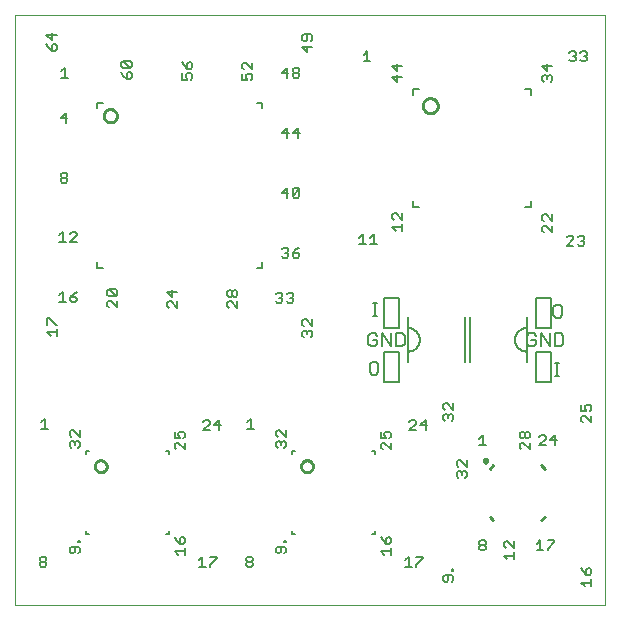
<source format=gto>
G75*
%MOIN*%
%OFA0B0*%
%FSLAX25Y25*%
%IPPOS*%
%LPD*%
%AMOC8*
5,1,8,0,0,1.08239X$1,22.5*
%
%ADD10C,0.00000*%
%ADD11C,0.00600*%
%ADD12C,0.00800*%
%ADD13C,0.01000*%
D10*
X0001000Y0001000D02*
X0001000Y0197850D01*
X0197850Y0197850D01*
X0197850Y0001000D01*
X0001000Y0001000D01*
D11*
X0009867Y0013800D02*
X0009300Y0014367D01*
X0009300Y0014934D01*
X0009867Y0015501D01*
X0011001Y0015501D01*
X0011569Y0014934D01*
X0011569Y0014367D01*
X0011001Y0013800D01*
X0009867Y0013800D01*
X0009867Y0015501D02*
X0009300Y0016069D01*
X0009300Y0016636D01*
X0009867Y0017203D01*
X0011001Y0017203D01*
X0011569Y0016636D01*
X0011569Y0016069D01*
X0011001Y0015501D01*
X0019297Y0018867D02*
X0019864Y0018300D01*
X0020431Y0018300D01*
X0020999Y0018867D01*
X0020999Y0020569D01*
X0022133Y0020569D02*
X0019864Y0020569D01*
X0019297Y0020001D01*
X0019297Y0018867D01*
X0022133Y0018300D02*
X0022700Y0018867D01*
X0022700Y0020001D01*
X0022133Y0020569D01*
X0022133Y0021983D02*
X0022133Y0022550D01*
X0022700Y0022550D01*
X0022700Y0021983D01*
X0022133Y0021983D01*
X0024720Y0024720D02*
X0025705Y0024720D01*
X0024720Y0024720D02*
X0024720Y0025705D01*
X0024720Y0051295D02*
X0024720Y0052280D01*
X0025705Y0052280D01*
X0022700Y0054001D02*
X0022133Y0053434D01*
X0022700Y0054001D02*
X0022700Y0055135D01*
X0022133Y0055702D01*
X0021566Y0055702D01*
X0020999Y0055135D01*
X0020999Y0054568D01*
X0020999Y0055135D02*
X0020431Y0055702D01*
X0019864Y0055702D01*
X0019297Y0055135D01*
X0019297Y0054001D01*
X0019864Y0053434D01*
X0019864Y0057117D02*
X0019297Y0057684D01*
X0019297Y0058818D01*
X0019864Y0059385D01*
X0020431Y0059385D01*
X0022700Y0057117D01*
X0022700Y0059385D01*
X0012069Y0059800D02*
X0009800Y0059800D01*
X0010934Y0059800D02*
X0010934Y0063203D01*
X0009800Y0062069D01*
X0012931Y0090800D02*
X0011797Y0091934D01*
X0015200Y0091934D01*
X0015200Y0090800D02*
X0015200Y0093069D01*
X0015200Y0094483D02*
X0014633Y0094483D01*
X0012364Y0096752D01*
X0011797Y0096752D01*
X0011797Y0094483D01*
X0015800Y0102050D02*
X0018069Y0102050D01*
X0016934Y0102050D02*
X0016934Y0105453D01*
X0015800Y0104319D01*
X0019483Y0103751D02*
X0019483Y0102617D01*
X0020050Y0102050D01*
X0021185Y0102050D01*
X0021752Y0102617D01*
X0021752Y0103184D01*
X0021185Y0103751D01*
X0019483Y0103751D01*
X0020617Y0104886D01*
X0021752Y0105453D01*
X0028441Y0113441D02*
X0030409Y0113441D01*
X0028441Y0113441D02*
X0028441Y0115409D01*
X0021752Y0122050D02*
X0019483Y0122050D01*
X0021752Y0124319D01*
X0021752Y0124886D01*
X0021185Y0125453D01*
X0020050Y0125453D01*
X0019483Y0124886D01*
X0016934Y0125453D02*
X0016934Y0122050D01*
X0015800Y0122050D02*
X0018069Y0122050D01*
X0015800Y0124319D02*
X0016934Y0125453D01*
X0016867Y0141800D02*
X0016300Y0142367D01*
X0016300Y0142934D01*
X0016867Y0143501D01*
X0018001Y0143501D01*
X0018569Y0142934D01*
X0018569Y0142367D01*
X0018001Y0141800D01*
X0016867Y0141800D01*
X0016867Y0143501D02*
X0016300Y0144069D01*
X0016300Y0144636D01*
X0016867Y0145203D01*
X0018001Y0145203D01*
X0018569Y0144636D01*
X0018569Y0144069D01*
X0018001Y0143501D01*
X0018001Y0161800D02*
X0018001Y0165203D01*
X0016300Y0163501D01*
X0018569Y0163501D01*
X0028441Y0166591D02*
X0028441Y0168559D01*
X0030409Y0168559D01*
X0038249Y0176434D02*
X0038249Y0178135D01*
X0038816Y0178702D01*
X0039383Y0178702D01*
X0039950Y0178135D01*
X0039950Y0177001D01*
X0039383Y0176434D01*
X0038249Y0176434D01*
X0037114Y0177568D01*
X0036547Y0178702D01*
X0037114Y0180117D02*
X0036547Y0180684D01*
X0036547Y0181818D01*
X0037114Y0182385D01*
X0039383Y0180117D01*
X0039950Y0180684D01*
X0039950Y0181818D01*
X0039383Y0182385D01*
X0037114Y0182385D01*
X0037114Y0180117D02*
X0039383Y0180117D01*
X0056797Y0178452D02*
X0056797Y0176184D01*
X0058499Y0176184D01*
X0057931Y0177318D01*
X0057931Y0177885D01*
X0058499Y0178452D01*
X0059633Y0178452D01*
X0060200Y0177885D01*
X0060200Y0176751D01*
X0059633Y0176184D01*
X0059633Y0179867D02*
X0060200Y0180434D01*
X0060200Y0181568D01*
X0059633Y0182135D01*
X0059066Y0182135D01*
X0058499Y0181568D01*
X0058499Y0179867D01*
X0059633Y0179867D01*
X0058499Y0179867D02*
X0057364Y0181001D01*
X0056797Y0182135D01*
X0076797Y0181318D02*
X0076797Y0180184D01*
X0077364Y0179617D01*
X0076797Y0178202D02*
X0076797Y0175934D01*
X0078499Y0175934D01*
X0077931Y0177068D01*
X0077931Y0177635D01*
X0078499Y0178202D01*
X0079633Y0178202D01*
X0080200Y0177635D01*
X0080200Y0176501D01*
X0079633Y0175934D01*
X0080200Y0179617D02*
X0077931Y0181885D01*
X0077364Y0181885D01*
X0076797Y0181318D01*
X0080200Y0181885D02*
X0080200Y0179617D01*
X0089934Y0178501D02*
X0092202Y0178501D01*
X0093617Y0177934D02*
X0094184Y0178501D01*
X0095318Y0178501D01*
X0095885Y0177934D01*
X0095885Y0177367D01*
X0095318Y0176800D01*
X0094184Y0176800D01*
X0093617Y0177367D01*
X0093617Y0177934D01*
X0094184Y0178501D02*
X0093617Y0179069D01*
X0093617Y0179636D01*
X0094184Y0180203D01*
X0095318Y0180203D01*
X0095885Y0179636D01*
X0095885Y0179069D01*
X0095318Y0178501D01*
X0091635Y0176800D02*
X0091635Y0180203D01*
X0089934Y0178501D01*
X0096797Y0187001D02*
X0098499Y0185300D01*
X0098499Y0187569D01*
X0097931Y0188983D02*
X0097364Y0188983D01*
X0096797Y0189550D01*
X0096797Y0190685D01*
X0097364Y0191252D01*
X0099633Y0191252D01*
X0100200Y0190685D01*
X0100200Y0189550D01*
X0099633Y0188983D01*
X0098499Y0189550D02*
X0098499Y0191252D01*
X0098499Y0189550D02*
X0097931Y0188983D01*
X0096797Y0187001D02*
X0100200Y0187001D01*
X0117300Y0184569D02*
X0118434Y0185703D01*
X0118434Y0182300D01*
X0117300Y0182300D02*
X0119569Y0182300D01*
X0126797Y0180818D02*
X0128499Y0179117D01*
X0128499Y0181385D01*
X0130200Y0180818D02*
X0126797Y0180818D01*
X0128499Y0177702D02*
X0128499Y0175434D01*
X0126797Y0177135D01*
X0130200Y0177135D01*
X0133815Y0173185D02*
X0135783Y0173185D01*
X0133815Y0173185D02*
X0133815Y0171217D01*
X0133815Y0135783D02*
X0133815Y0133815D01*
X0135783Y0133815D01*
X0130200Y0131752D02*
X0130200Y0129483D01*
X0127931Y0131752D01*
X0127364Y0131752D01*
X0126797Y0131185D01*
X0126797Y0130050D01*
X0127364Y0129483D01*
X0126797Y0126934D02*
X0130200Y0126934D01*
X0130200Y0125800D02*
X0130200Y0128069D01*
X0127931Y0125800D02*
X0126797Y0126934D01*
X0121752Y0121300D02*
X0119483Y0121300D01*
X0120617Y0121300D02*
X0120617Y0124703D01*
X0119483Y0123569D01*
X0118069Y0121300D02*
X0115800Y0121300D01*
X0116934Y0121300D02*
X0116934Y0124703D01*
X0115800Y0123569D01*
X0095885Y0120203D02*
X0094751Y0119636D01*
X0093617Y0118501D01*
X0095318Y0118501D01*
X0095885Y0117934D01*
X0095885Y0117367D01*
X0095318Y0116800D01*
X0094184Y0116800D01*
X0093617Y0117367D01*
X0093617Y0118501D01*
X0092202Y0117934D02*
X0092202Y0117367D01*
X0091635Y0116800D01*
X0090501Y0116800D01*
X0089934Y0117367D01*
X0091068Y0118501D02*
X0091635Y0118501D01*
X0092202Y0117934D01*
X0091635Y0118501D02*
X0092202Y0119069D01*
X0092202Y0119636D01*
X0091635Y0120203D01*
X0090501Y0120203D01*
X0089934Y0119636D01*
X0083559Y0115409D02*
X0083559Y0113441D01*
X0081591Y0113441D01*
X0074633Y0106002D02*
X0075200Y0105435D01*
X0075200Y0104300D01*
X0074633Y0103733D01*
X0074066Y0103733D01*
X0073499Y0104300D01*
X0073499Y0105435D01*
X0074066Y0106002D01*
X0074633Y0106002D01*
X0073499Y0105435D02*
X0072931Y0106002D01*
X0072364Y0106002D01*
X0071797Y0105435D01*
X0071797Y0104300D01*
X0072364Y0103733D01*
X0072931Y0103733D01*
X0073499Y0104300D01*
X0072931Y0102319D02*
X0072364Y0102319D01*
X0071797Y0101751D01*
X0071797Y0100617D01*
X0072364Y0100050D01*
X0072931Y0102319D02*
X0075200Y0100050D01*
X0075200Y0102319D01*
X0087934Y0102367D02*
X0088501Y0101800D01*
X0089635Y0101800D01*
X0090202Y0102367D01*
X0090202Y0102934D01*
X0089635Y0103501D01*
X0089068Y0103501D01*
X0089635Y0103501D02*
X0090202Y0104069D01*
X0090202Y0104636D01*
X0089635Y0105203D01*
X0088501Y0105203D01*
X0087934Y0104636D01*
X0091617Y0104636D02*
X0092184Y0105203D01*
X0093318Y0105203D01*
X0093885Y0104636D01*
X0093885Y0104069D01*
X0093318Y0103501D01*
X0093885Y0102934D01*
X0093885Y0102367D01*
X0093318Y0101800D01*
X0092184Y0101800D01*
X0091617Y0102367D01*
X0092751Y0103501D02*
X0093318Y0103501D01*
X0097364Y0096252D02*
X0096797Y0095685D01*
X0096797Y0094550D01*
X0097364Y0093983D01*
X0097364Y0092569D02*
X0097931Y0092569D01*
X0098499Y0092001D01*
X0099066Y0092569D01*
X0099633Y0092569D01*
X0100200Y0092001D01*
X0100200Y0090867D01*
X0099633Y0090300D01*
X0098499Y0091434D02*
X0098499Y0092001D01*
X0097364Y0092569D02*
X0096797Y0092001D01*
X0096797Y0090867D01*
X0097364Y0090300D01*
X0100200Y0093983D02*
X0097931Y0096252D01*
X0097364Y0096252D01*
X0100200Y0096252D02*
X0100200Y0093983D01*
X0123984Y0093575D02*
X0123984Y0103425D01*
X0129016Y0103425D01*
X0129016Y0093575D01*
X0123984Y0093575D01*
X0132051Y0093437D02*
X0132051Y0085563D01*
X0132051Y0082020D01*
X0129016Y0085425D02*
X0129016Y0075575D01*
X0123984Y0075575D01*
X0123984Y0085425D01*
X0129016Y0085425D01*
X0132051Y0085563D02*
X0132175Y0085565D01*
X0132298Y0085571D01*
X0132422Y0085580D01*
X0132544Y0085594D01*
X0132667Y0085611D01*
X0132789Y0085633D01*
X0132910Y0085658D01*
X0133030Y0085687D01*
X0133149Y0085719D01*
X0133268Y0085756D01*
X0133385Y0085796D01*
X0133500Y0085839D01*
X0133615Y0085887D01*
X0133727Y0085938D01*
X0133838Y0085992D01*
X0133948Y0086050D01*
X0134055Y0086111D01*
X0134161Y0086176D01*
X0134264Y0086244D01*
X0134365Y0086315D01*
X0134464Y0086389D01*
X0134561Y0086466D01*
X0134655Y0086547D01*
X0134746Y0086630D01*
X0134835Y0086716D01*
X0134921Y0086805D01*
X0135004Y0086896D01*
X0135085Y0086990D01*
X0135162Y0087087D01*
X0135236Y0087186D01*
X0135307Y0087287D01*
X0135375Y0087390D01*
X0135440Y0087496D01*
X0135501Y0087603D01*
X0135559Y0087713D01*
X0135613Y0087824D01*
X0135664Y0087936D01*
X0135712Y0088051D01*
X0135755Y0088166D01*
X0135795Y0088283D01*
X0135832Y0088402D01*
X0135864Y0088521D01*
X0135893Y0088641D01*
X0135918Y0088762D01*
X0135940Y0088884D01*
X0135957Y0089007D01*
X0135971Y0089129D01*
X0135980Y0089253D01*
X0135986Y0089376D01*
X0135988Y0089500D01*
X0135986Y0089624D01*
X0135980Y0089747D01*
X0135971Y0089871D01*
X0135957Y0089993D01*
X0135940Y0090116D01*
X0135918Y0090238D01*
X0135893Y0090359D01*
X0135864Y0090479D01*
X0135832Y0090598D01*
X0135795Y0090717D01*
X0135755Y0090834D01*
X0135712Y0090949D01*
X0135664Y0091064D01*
X0135613Y0091176D01*
X0135559Y0091287D01*
X0135501Y0091397D01*
X0135440Y0091504D01*
X0135375Y0091610D01*
X0135307Y0091713D01*
X0135236Y0091814D01*
X0135162Y0091913D01*
X0135085Y0092010D01*
X0135004Y0092104D01*
X0134921Y0092195D01*
X0134835Y0092284D01*
X0134746Y0092370D01*
X0134655Y0092453D01*
X0134561Y0092534D01*
X0134464Y0092611D01*
X0134365Y0092685D01*
X0134264Y0092756D01*
X0134161Y0092824D01*
X0134055Y0092889D01*
X0133948Y0092950D01*
X0133838Y0093008D01*
X0133727Y0093062D01*
X0133615Y0093113D01*
X0133500Y0093161D01*
X0133385Y0093204D01*
X0133268Y0093244D01*
X0133149Y0093281D01*
X0133030Y0093313D01*
X0132910Y0093342D01*
X0132789Y0093367D01*
X0132667Y0093389D01*
X0132544Y0093406D01*
X0132422Y0093420D01*
X0132298Y0093429D01*
X0132175Y0093435D01*
X0132051Y0093437D01*
X0132051Y0096980D01*
X0150949Y0096980D02*
X0150949Y0082020D01*
X0152801Y0082020D02*
X0152801Y0096980D01*
X0171699Y0096980D02*
X0171699Y0093437D01*
X0171699Y0085563D01*
X0171699Y0082020D01*
X0174734Y0085425D02*
X0179766Y0085425D01*
X0179766Y0075575D01*
X0174734Y0075575D01*
X0174734Y0085425D01*
X0171699Y0085563D02*
X0171575Y0085565D01*
X0171452Y0085571D01*
X0171328Y0085580D01*
X0171206Y0085594D01*
X0171083Y0085611D01*
X0170961Y0085633D01*
X0170840Y0085658D01*
X0170720Y0085687D01*
X0170601Y0085719D01*
X0170482Y0085756D01*
X0170365Y0085796D01*
X0170250Y0085839D01*
X0170135Y0085887D01*
X0170023Y0085938D01*
X0169912Y0085992D01*
X0169802Y0086050D01*
X0169695Y0086111D01*
X0169589Y0086176D01*
X0169486Y0086244D01*
X0169385Y0086315D01*
X0169286Y0086389D01*
X0169189Y0086466D01*
X0169095Y0086547D01*
X0169004Y0086630D01*
X0168915Y0086716D01*
X0168829Y0086805D01*
X0168746Y0086896D01*
X0168665Y0086990D01*
X0168588Y0087087D01*
X0168514Y0087186D01*
X0168443Y0087287D01*
X0168375Y0087390D01*
X0168310Y0087496D01*
X0168249Y0087603D01*
X0168191Y0087713D01*
X0168137Y0087824D01*
X0168086Y0087936D01*
X0168038Y0088051D01*
X0167995Y0088166D01*
X0167955Y0088283D01*
X0167918Y0088402D01*
X0167886Y0088521D01*
X0167857Y0088641D01*
X0167832Y0088762D01*
X0167810Y0088884D01*
X0167793Y0089007D01*
X0167779Y0089129D01*
X0167770Y0089253D01*
X0167764Y0089376D01*
X0167762Y0089500D01*
X0167764Y0089624D01*
X0167770Y0089747D01*
X0167779Y0089871D01*
X0167793Y0089993D01*
X0167810Y0090116D01*
X0167832Y0090238D01*
X0167857Y0090359D01*
X0167886Y0090479D01*
X0167918Y0090598D01*
X0167955Y0090717D01*
X0167995Y0090834D01*
X0168038Y0090949D01*
X0168086Y0091064D01*
X0168137Y0091176D01*
X0168191Y0091287D01*
X0168249Y0091397D01*
X0168310Y0091504D01*
X0168375Y0091610D01*
X0168443Y0091713D01*
X0168514Y0091814D01*
X0168588Y0091913D01*
X0168665Y0092010D01*
X0168746Y0092104D01*
X0168829Y0092195D01*
X0168915Y0092284D01*
X0169004Y0092370D01*
X0169095Y0092453D01*
X0169189Y0092534D01*
X0169286Y0092611D01*
X0169385Y0092685D01*
X0169486Y0092756D01*
X0169589Y0092824D01*
X0169695Y0092889D01*
X0169802Y0092950D01*
X0169912Y0093008D01*
X0170023Y0093062D01*
X0170135Y0093113D01*
X0170250Y0093161D01*
X0170365Y0093204D01*
X0170482Y0093244D01*
X0170601Y0093281D01*
X0170720Y0093313D01*
X0170840Y0093342D01*
X0170961Y0093367D01*
X0171083Y0093389D01*
X0171206Y0093406D01*
X0171328Y0093420D01*
X0171452Y0093429D01*
X0171575Y0093435D01*
X0171699Y0093437D01*
X0174734Y0093575D02*
X0174734Y0103425D01*
X0179766Y0103425D01*
X0179766Y0093575D01*
X0174734Y0093575D01*
X0184934Y0120800D02*
X0187202Y0123069D01*
X0187202Y0123636D01*
X0186635Y0124203D01*
X0185501Y0124203D01*
X0184934Y0123636D01*
X0184934Y0120800D02*
X0187202Y0120800D01*
X0188617Y0121367D02*
X0189184Y0120800D01*
X0190318Y0120800D01*
X0190885Y0121367D01*
X0190885Y0121934D01*
X0190318Y0122501D01*
X0189751Y0122501D01*
X0190318Y0122501D02*
X0190885Y0123069D01*
X0190885Y0123636D01*
X0190318Y0124203D01*
X0189184Y0124203D01*
X0188617Y0123636D01*
X0180200Y0125300D02*
X0177931Y0127569D01*
X0177364Y0127569D01*
X0176797Y0127001D01*
X0176797Y0125867D01*
X0177364Y0125300D01*
X0180200Y0125300D02*
X0180200Y0127569D01*
X0180200Y0128983D02*
X0177931Y0131252D01*
X0177364Y0131252D01*
X0176797Y0130685D01*
X0176797Y0129550D01*
X0177364Y0128983D01*
X0180200Y0128983D02*
X0180200Y0131252D01*
X0173185Y0133815D02*
X0173185Y0135783D01*
X0173185Y0133815D02*
X0171217Y0133815D01*
X0173185Y0171217D02*
X0173185Y0173185D01*
X0171217Y0173185D01*
X0176797Y0176001D02*
X0176797Y0177135D01*
X0177364Y0177702D01*
X0177931Y0177702D01*
X0178499Y0177135D01*
X0179066Y0177702D01*
X0179633Y0177702D01*
X0180200Y0177135D01*
X0180200Y0176001D01*
X0179633Y0175434D01*
X0178499Y0176568D02*
X0178499Y0177135D01*
X0178499Y0179117D02*
X0176797Y0180818D01*
X0180200Y0180818D01*
X0178499Y0181385D02*
X0178499Y0179117D01*
X0176797Y0176001D02*
X0177364Y0175434D01*
X0185800Y0182867D02*
X0186367Y0182300D01*
X0187501Y0182300D01*
X0188069Y0182867D01*
X0188069Y0183434D01*
X0187501Y0184001D01*
X0186934Y0184001D01*
X0187501Y0184001D02*
X0188069Y0184569D01*
X0188069Y0185136D01*
X0187501Y0185703D01*
X0186367Y0185703D01*
X0185800Y0185136D01*
X0189483Y0185136D02*
X0190050Y0185703D01*
X0191185Y0185703D01*
X0191752Y0185136D01*
X0191752Y0184569D01*
X0191185Y0184001D01*
X0191752Y0183434D01*
X0191752Y0182867D01*
X0191185Y0182300D01*
X0190050Y0182300D01*
X0189483Y0182867D01*
X0190617Y0184001D02*
X0191185Y0184001D01*
X0096135Y0158501D02*
X0093867Y0158501D01*
X0095568Y0160203D01*
X0095568Y0156800D01*
X0092452Y0158501D02*
X0090184Y0158501D01*
X0091885Y0160203D01*
X0091885Y0156800D01*
X0083559Y0166591D02*
X0083559Y0168559D01*
X0081591Y0168559D01*
X0091635Y0140203D02*
X0089934Y0138501D01*
X0092202Y0138501D01*
X0091635Y0136800D02*
X0091635Y0140203D01*
X0093617Y0139636D02*
X0093617Y0137367D01*
X0095885Y0139636D01*
X0095885Y0137367D01*
X0095318Y0136800D01*
X0094184Y0136800D01*
X0093617Y0137367D01*
X0093617Y0139636D02*
X0094184Y0140203D01*
X0095318Y0140203D01*
X0095885Y0139636D01*
X0055200Y0105435D02*
X0051797Y0105435D01*
X0053499Y0103733D01*
X0053499Y0106002D01*
X0052931Y0102319D02*
X0052364Y0102319D01*
X0051797Y0101751D01*
X0051797Y0100617D01*
X0052364Y0100050D01*
X0052931Y0102319D02*
X0055200Y0100050D01*
X0055200Y0102319D01*
X0035200Y0102569D02*
X0035200Y0100300D01*
X0032931Y0102569D01*
X0032364Y0102569D01*
X0031797Y0102001D01*
X0031797Y0100867D01*
X0032364Y0100300D01*
X0032364Y0103983D02*
X0031797Y0104550D01*
X0031797Y0105685D01*
X0032364Y0106252D01*
X0034633Y0103983D01*
X0035200Y0104550D01*
X0035200Y0105685D01*
X0034633Y0106252D01*
X0032364Y0106252D01*
X0032364Y0103983D02*
X0034633Y0103983D01*
X0064367Y0062703D02*
X0063800Y0062136D01*
X0064367Y0062703D02*
X0065501Y0062703D01*
X0066069Y0062136D01*
X0066069Y0061569D01*
X0063800Y0059300D01*
X0066069Y0059300D01*
X0067483Y0061001D02*
X0069752Y0061001D01*
X0069185Y0059300D02*
X0069185Y0062703D01*
X0067483Y0061001D01*
X0057700Y0058318D02*
X0057700Y0057184D01*
X0057133Y0056617D01*
X0055999Y0056617D02*
X0055431Y0057751D01*
X0055431Y0058318D01*
X0055999Y0058885D01*
X0057133Y0058885D01*
X0057700Y0058318D01*
X0055999Y0056617D02*
X0054297Y0056617D01*
X0054297Y0058885D01*
X0054864Y0055202D02*
X0054297Y0054635D01*
X0054297Y0053501D01*
X0054864Y0052934D01*
X0054864Y0055202D02*
X0055431Y0055202D01*
X0057700Y0052934D01*
X0057700Y0055202D01*
X0052280Y0052280D02*
X0052280Y0051295D01*
X0052280Y0052280D02*
X0051295Y0052280D01*
X0052280Y0025705D02*
X0052280Y0024720D01*
X0051295Y0024720D01*
X0054297Y0023752D02*
X0054864Y0022617D01*
X0055999Y0021483D01*
X0055999Y0023185D01*
X0056566Y0023752D01*
X0057133Y0023752D01*
X0057700Y0023185D01*
X0057700Y0022050D01*
X0057133Y0021483D01*
X0055999Y0021483D01*
X0057700Y0020069D02*
X0057700Y0017800D01*
X0057700Y0018934D02*
X0054297Y0018934D01*
X0055431Y0017800D01*
X0062434Y0016069D02*
X0063568Y0017203D01*
X0063568Y0013800D01*
X0062434Y0013800D02*
X0064702Y0013800D01*
X0066117Y0013800D02*
X0066117Y0014367D01*
X0068385Y0016636D01*
X0068385Y0017203D01*
X0066117Y0017203D01*
X0078050Y0016636D02*
X0078050Y0016069D01*
X0078617Y0015501D01*
X0079751Y0015501D01*
X0080319Y0014934D01*
X0080319Y0014367D01*
X0079751Y0013800D01*
X0078617Y0013800D01*
X0078050Y0014367D01*
X0078050Y0014934D01*
X0078617Y0015501D01*
X0079751Y0015501D02*
X0080319Y0016069D01*
X0080319Y0016636D01*
X0079751Y0017203D01*
X0078617Y0017203D01*
X0078050Y0016636D01*
X0088047Y0018867D02*
X0088614Y0018300D01*
X0089181Y0018300D01*
X0089749Y0018867D01*
X0089749Y0020569D01*
X0090883Y0020569D02*
X0088614Y0020569D01*
X0088047Y0020001D01*
X0088047Y0018867D01*
X0090883Y0018300D02*
X0091450Y0018867D01*
X0091450Y0020001D01*
X0090883Y0020569D01*
X0090883Y0021983D02*
X0090883Y0022550D01*
X0091450Y0022550D01*
X0091450Y0021983D01*
X0090883Y0021983D01*
X0093470Y0024720D02*
X0094455Y0024720D01*
X0093470Y0024720D02*
X0093470Y0025705D01*
X0093470Y0051295D02*
X0093470Y0052280D01*
X0094455Y0052280D01*
X0091450Y0054001D02*
X0090883Y0053434D01*
X0091450Y0054001D02*
X0091450Y0055135D01*
X0090883Y0055702D01*
X0090316Y0055702D01*
X0089749Y0055135D01*
X0089749Y0054568D01*
X0089749Y0055135D02*
X0089181Y0055702D01*
X0088614Y0055702D01*
X0088047Y0055135D01*
X0088047Y0054001D01*
X0088614Y0053434D01*
X0088614Y0057117D02*
X0088047Y0057684D01*
X0088047Y0058818D01*
X0088614Y0059385D01*
X0089181Y0059385D01*
X0091450Y0057117D01*
X0091450Y0059385D01*
X0080819Y0059800D02*
X0078550Y0059800D01*
X0079684Y0059800D02*
X0079684Y0063203D01*
X0078550Y0062069D01*
X0120045Y0052280D02*
X0121030Y0052280D01*
X0121030Y0051295D01*
X0123047Y0053501D02*
X0123614Y0052934D01*
X0123047Y0053501D02*
X0123047Y0054635D01*
X0123614Y0055202D01*
X0124181Y0055202D01*
X0126450Y0052934D01*
X0126450Y0055202D01*
X0125883Y0056617D02*
X0126450Y0057184D01*
X0126450Y0058318D01*
X0125883Y0058885D01*
X0124749Y0058885D01*
X0124181Y0058318D01*
X0124181Y0057751D01*
X0124749Y0056617D01*
X0123047Y0056617D01*
X0123047Y0058885D01*
X0132550Y0059300D02*
X0134819Y0061569D01*
X0134819Y0062136D01*
X0134251Y0062703D01*
X0133117Y0062703D01*
X0132550Y0062136D01*
X0132550Y0059300D02*
X0134819Y0059300D01*
X0136233Y0061001D02*
X0138502Y0061001D01*
X0137935Y0059300D02*
X0137935Y0062703D01*
X0136233Y0061001D01*
X0143797Y0063001D02*
X0143797Y0064135D01*
X0144364Y0064702D01*
X0144931Y0064702D01*
X0145499Y0064135D01*
X0146066Y0064702D01*
X0146633Y0064702D01*
X0147200Y0064135D01*
X0147200Y0063001D01*
X0146633Y0062434D01*
X0145499Y0063568D02*
X0145499Y0064135D01*
X0144364Y0062434D02*
X0143797Y0063001D01*
X0144364Y0066117D02*
X0143797Y0066684D01*
X0143797Y0067818D01*
X0144364Y0068385D01*
X0144931Y0068385D01*
X0147200Y0066117D01*
X0147200Y0068385D01*
X0156934Y0057703D02*
X0156934Y0054300D01*
X0155800Y0054300D02*
X0158069Y0054300D01*
X0155800Y0056569D02*
X0156934Y0057703D01*
X0151700Y0049385D02*
X0151700Y0047117D01*
X0149431Y0049385D01*
X0148864Y0049385D01*
X0148297Y0048818D01*
X0148297Y0047684D01*
X0148864Y0047117D01*
X0148864Y0045702D02*
X0149431Y0045702D01*
X0149999Y0045135D01*
X0150566Y0045702D01*
X0151133Y0045702D01*
X0151700Y0045135D01*
X0151700Y0044001D01*
X0151133Y0043434D01*
X0149999Y0044568D02*
X0149999Y0045135D01*
X0148864Y0045702D02*
X0148297Y0045135D01*
X0148297Y0044001D01*
X0148864Y0043434D01*
X0156367Y0022703D02*
X0157501Y0022703D01*
X0158069Y0022136D01*
X0158069Y0021569D01*
X0157501Y0021001D01*
X0156367Y0021001D01*
X0155800Y0021569D01*
X0155800Y0022136D01*
X0156367Y0022703D01*
X0156367Y0021001D02*
X0155800Y0020434D01*
X0155800Y0019867D01*
X0156367Y0019300D01*
X0157501Y0019300D01*
X0158069Y0019867D01*
X0158069Y0020434D01*
X0157501Y0021001D01*
X0164047Y0020684D02*
X0164614Y0020117D01*
X0164047Y0020684D02*
X0164047Y0021818D01*
X0164614Y0022385D01*
X0165181Y0022385D01*
X0167450Y0020117D01*
X0167450Y0022385D01*
X0167450Y0018702D02*
X0167450Y0016434D01*
X0167450Y0017568D02*
X0164047Y0017568D01*
X0165181Y0016434D01*
X0174934Y0019300D02*
X0177202Y0019300D01*
X0176068Y0019300D02*
X0176068Y0022703D01*
X0174934Y0021569D01*
X0178617Y0022703D02*
X0180885Y0022703D01*
X0180885Y0022136D01*
X0178617Y0019867D01*
X0178617Y0019300D01*
X0189797Y0013385D02*
X0190364Y0012251D01*
X0191499Y0011117D01*
X0191499Y0012818D01*
X0192066Y0013385D01*
X0192633Y0013385D01*
X0193200Y0012818D01*
X0193200Y0011684D01*
X0192633Y0011117D01*
X0191499Y0011117D01*
X0193200Y0009702D02*
X0193200Y0007434D01*
X0193200Y0008568D02*
X0189797Y0008568D01*
X0190931Y0007434D01*
X0147200Y0009367D02*
X0147200Y0010501D01*
X0146633Y0011069D01*
X0144364Y0011069D01*
X0143797Y0010501D01*
X0143797Y0009367D01*
X0144364Y0008800D01*
X0144931Y0008800D01*
X0145499Y0009367D01*
X0145499Y0011069D01*
X0146633Y0012483D02*
X0146633Y0013050D01*
X0147200Y0013050D01*
X0147200Y0012483D01*
X0146633Y0012483D01*
X0147200Y0009367D02*
X0146633Y0008800D01*
X0137135Y0016636D02*
X0134867Y0014367D01*
X0134867Y0013800D01*
X0133452Y0013800D02*
X0131184Y0013800D01*
X0132318Y0013800D02*
X0132318Y0017203D01*
X0131184Y0016069D01*
X0134867Y0017203D02*
X0137135Y0017203D01*
X0137135Y0016636D01*
X0126450Y0017800D02*
X0126450Y0020069D01*
X0126450Y0018934D02*
X0123047Y0018934D01*
X0124181Y0017800D01*
X0124749Y0021483D02*
X0124749Y0023185D01*
X0125316Y0023752D01*
X0125883Y0023752D01*
X0126450Y0023185D01*
X0126450Y0022050D01*
X0125883Y0021483D01*
X0124749Y0021483D01*
X0123614Y0022617D01*
X0123047Y0023752D01*
X0121030Y0024720D02*
X0121030Y0025705D01*
X0121030Y0024720D02*
X0120045Y0024720D01*
X0169297Y0053501D02*
X0169864Y0052934D01*
X0169297Y0053501D02*
X0169297Y0054635D01*
X0169864Y0055202D01*
X0170431Y0055202D01*
X0172700Y0052934D01*
X0172700Y0055202D01*
X0172133Y0056617D02*
X0171566Y0056617D01*
X0170999Y0057184D01*
X0170999Y0058318D01*
X0171566Y0058885D01*
X0172133Y0058885D01*
X0172700Y0058318D01*
X0172700Y0057184D01*
X0172133Y0056617D01*
X0170999Y0057184D02*
X0170431Y0056617D01*
X0169864Y0056617D01*
X0169297Y0057184D01*
X0169297Y0058318D01*
X0169864Y0058885D01*
X0170431Y0058885D01*
X0170999Y0058318D01*
X0175800Y0057136D02*
X0176367Y0057703D01*
X0177501Y0057703D01*
X0178069Y0057136D01*
X0178069Y0056569D01*
X0175800Y0054300D01*
X0178069Y0054300D01*
X0179483Y0056001D02*
X0181752Y0056001D01*
X0181185Y0054300D02*
X0181185Y0057703D01*
X0179483Y0056001D01*
X0189797Y0062501D02*
X0190364Y0061934D01*
X0189797Y0062501D02*
X0189797Y0063635D01*
X0190364Y0064202D01*
X0190931Y0064202D01*
X0193200Y0061934D01*
X0193200Y0064202D01*
X0192633Y0065617D02*
X0193200Y0066184D01*
X0193200Y0067318D01*
X0192633Y0067885D01*
X0191499Y0067885D01*
X0190931Y0067318D01*
X0190931Y0066751D01*
X0191499Y0065617D01*
X0189797Y0065617D01*
X0189797Y0067885D01*
X0018819Y0176800D02*
X0016550Y0176800D01*
X0017684Y0176800D02*
X0017684Y0180203D01*
X0016550Y0179069D01*
X0014383Y0185800D02*
X0013249Y0185800D01*
X0013249Y0187501D01*
X0013816Y0188069D01*
X0014383Y0188069D01*
X0014950Y0187501D01*
X0014950Y0186367D01*
X0014383Y0185800D01*
X0013249Y0185800D02*
X0012114Y0186934D01*
X0011547Y0188069D01*
X0013249Y0189483D02*
X0013249Y0191752D01*
X0014950Y0191185D02*
X0011547Y0191185D01*
X0013249Y0189483D01*
D12*
X0118900Y0090903D02*
X0118900Y0088101D01*
X0119601Y0087400D01*
X0121002Y0087400D01*
X0121702Y0088101D01*
X0121702Y0089502D01*
X0120301Y0089502D01*
X0118900Y0090903D02*
X0119601Y0091604D01*
X0121002Y0091604D01*
X0121702Y0090903D01*
X0123504Y0091604D02*
X0126306Y0087400D01*
X0126306Y0091604D01*
X0128108Y0091604D02*
X0130210Y0091604D01*
X0130910Y0090903D01*
X0130910Y0088101D01*
X0130210Y0087400D01*
X0128108Y0087400D01*
X0128108Y0091604D01*
X0123504Y0091604D02*
X0123504Y0087400D01*
X0121502Y0082104D02*
X0122202Y0081403D01*
X0122202Y0078601D01*
X0121502Y0077900D01*
X0120101Y0077900D01*
X0119400Y0078601D01*
X0119400Y0081403D01*
X0120101Y0082104D01*
X0121502Y0082104D01*
X0121801Y0097400D02*
X0120400Y0097400D01*
X0121101Y0097400D02*
X0121101Y0101604D01*
X0121801Y0101604D02*
X0120400Y0101604D01*
X0171838Y0090903D02*
X0171838Y0088101D01*
X0172539Y0087400D01*
X0173940Y0087400D01*
X0174641Y0088101D01*
X0174641Y0089502D01*
X0173239Y0089502D01*
X0171838Y0090903D02*
X0172539Y0091604D01*
X0173940Y0091604D01*
X0174641Y0090903D01*
X0176442Y0091604D02*
X0179245Y0087400D01*
X0179245Y0091604D01*
X0181046Y0091604D02*
X0183148Y0091604D01*
X0183848Y0090903D01*
X0183848Y0088101D01*
X0183148Y0087400D01*
X0181046Y0087400D01*
X0181046Y0091604D01*
X0176442Y0091604D02*
X0176442Y0087400D01*
X0181081Y0081604D02*
X0182482Y0081604D01*
X0181781Y0081604D02*
X0181781Y0077400D01*
X0181081Y0077400D02*
X0182482Y0077400D01*
X0182648Y0096900D02*
X0181247Y0096900D01*
X0180546Y0097601D01*
X0180546Y0100403D01*
X0181247Y0101104D01*
X0182648Y0101104D01*
X0183348Y0100403D01*
X0183348Y0097601D01*
X0182648Y0096900D01*
D13*
X0176571Y0047752D02*
X0177752Y0046571D01*
X0177752Y0030429D02*
X0176571Y0029248D01*
X0160429Y0029248D02*
X0159248Y0030429D01*
X0159248Y0046571D02*
X0160429Y0047752D01*
X0157307Y0049102D02*
X0157309Y0049150D01*
X0157315Y0049198D01*
X0157325Y0049245D01*
X0157338Y0049291D01*
X0157356Y0049336D01*
X0157376Y0049380D01*
X0157401Y0049422D01*
X0157429Y0049461D01*
X0157459Y0049498D01*
X0157493Y0049532D01*
X0157530Y0049564D01*
X0157568Y0049593D01*
X0157609Y0049618D01*
X0157652Y0049640D01*
X0157697Y0049658D01*
X0157743Y0049672D01*
X0157790Y0049683D01*
X0157838Y0049690D01*
X0157886Y0049693D01*
X0157934Y0049692D01*
X0157982Y0049687D01*
X0158030Y0049678D01*
X0158076Y0049666D01*
X0158121Y0049649D01*
X0158165Y0049629D01*
X0158207Y0049606D01*
X0158247Y0049579D01*
X0158285Y0049549D01*
X0158320Y0049516D01*
X0158352Y0049480D01*
X0158382Y0049442D01*
X0158408Y0049401D01*
X0158430Y0049358D01*
X0158450Y0049314D01*
X0158465Y0049269D01*
X0158477Y0049222D01*
X0158485Y0049174D01*
X0158489Y0049126D01*
X0158489Y0049078D01*
X0158485Y0049030D01*
X0158477Y0048982D01*
X0158465Y0048935D01*
X0158450Y0048890D01*
X0158430Y0048846D01*
X0158408Y0048803D01*
X0158382Y0048762D01*
X0158352Y0048724D01*
X0158320Y0048688D01*
X0158285Y0048655D01*
X0158247Y0048625D01*
X0158207Y0048598D01*
X0158165Y0048575D01*
X0158121Y0048555D01*
X0158076Y0048538D01*
X0158030Y0048526D01*
X0157982Y0048517D01*
X0157934Y0048512D01*
X0157886Y0048511D01*
X0157838Y0048514D01*
X0157790Y0048521D01*
X0157743Y0048532D01*
X0157697Y0048546D01*
X0157652Y0048564D01*
X0157609Y0048586D01*
X0157568Y0048611D01*
X0157530Y0048640D01*
X0157493Y0048672D01*
X0157459Y0048706D01*
X0157429Y0048743D01*
X0157401Y0048782D01*
X0157376Y0048824D01*
X0157356Y0048868D01*
X0157338Y0048913D01*
X0157325Y0048959D01*
X0157315Y0049006D01*
X0157309Y0049054D01*
X0157307Y0049102D01*
X0096450Y0047331D02*
X0096452Y0047419D01*
X0096458Y0047507D01*
X0096468Y0047595D01*
X0096482Y0047683D01*
X0096499Y0047769D01*
X0096521Y0047855D01*
X0096546Y0047939D01*
X0096576Y0048023D01*
X0096608Y0048105D01*
X0096645Y0048185D01*
X0096685Y0048264D01*
X0096729Y0048341D01*
X0096776Y0048416D01*
X0096826Y0048488D01*
X0096880Y0048559D01*
X0096936Y0048626D01*
X0096996Y0048692D01*
X0097058Y0048754D01*
X0097124Y0048814D01*
X0097191Y0048870D01*
X0097262Y0048924D01*
X0097334Y0048974D01*
X0097409Y0049021D01*
X0097486Y0049065D01*
X0097565Y0049105D01*
X0097645Y0049142D01*
X0097727Y0049174D01*
X0097811Y0049204D01*
X0097895Y0049229D01*
X0097981Y0049251D01*
X0098067Y0049268D01*
X0098155Y0049282D01*
X0098243Y0049292D01*
X0098331Y0049298D01*
X0098419Y0049300D01*
X0098507Y0049298D01*
X0098595Y0049292D01*
X0098683Y0049282D01*
X0098771Y0049268D01*
X0098857Y0049251D01*
X0098943Y0049229D01*
X0099027Y0049204D01*
X0099111Y0049174D01*
X0099193Y0049142D01*
X0099273Y0049105D01*
X0099352Y0049065D01*
X0099429Y0049021D01*
X0099504Y0048974D01*
X0099576Y0048924D01*
X0099647Y0048870D01*
X0099714Y0048814D01*
X0099780Y0048754D01*
X0099842Y0048692D01*
X0099902Y0048626D01*
X0099958Y0048559D01*
X0100012Y0048488D01*
X0100062Y0048416D01*
X0100109Y0048341D01*
X0100153Y0048264D01*
X0100193Y0048185D01*
X0100230Y0048105D01*
X0100262Y0048023D01*
X0100292Y0047939D01*
X0100317Y0047855D01*
X0100339Y0047769D01*
X0100356Y0047683D01*
X0100370Y0047595D01*
X0100380Y0047507D01*
X0100386Y0047419D01*
X0100388Y0047331D01*
X0100386Y0047243D01*
X0100380Y0047155D01*
X0100370Y0047067D01*
X0100356Y0046979D01*
X0100339Y0046893D01*
X0100317Y0046807D01*
X0100292Y0046723D01*
X0100262Y0046639D01*
X0100230Y0046557D01*
X0100193Y0046477D01*
X0100153Y0046398D01*
X0100109Y0046321D01*
X0100062Y0046246D01*
X0100012Y0046174D01*
X0099958Y0046103D01*
X0099902Y0046036D01*
X0099842Y0045970D01*
X0099780Y0045908D01*
X0099714Y0045848D01*
X0099647Y0045792D01*
X0099576Y0045738D01*
X0099504Y0045688D01*
X0099429Y0045641D01*
X0099352Y0045597D01*
X0099273Y0045557D01*
X0099193Y0045520D01*
X0099111Y0045488D01*
X0099027Y0045458D01*
X0098943Y0045433D01*
X0098857Y0045411D01*
X0098771Y0045394D01*
X0098683Y0045380D01*
X0098595Y0045370D01*
X0098507Y0045364D01*
X0098419Y0045362D01*
X0098331Y0045364D01*
X0098243Y0045370D01*
X0098155Y0045380D01*
X0098067Y0045394D01*
X0097981Y0045411D01*
X0097895Y0045433D01*
X0097811Y0045458D01*
X0097727Y0045488D01*
X0097645Y0045520D01*
X0097565Y0045557D01*
X0097486Y0045597D01*
X0097409Y0045641D01*
X0097334Y0045688D01*
X0097262Y0045738D01*
X0097191Y0045792D01*
X0097124Y0045848D01*
X0097058Y0045908D01*
X0096996Y0045970D01*
X0096936Y0046036D01*
X0096880Y0046103D01*
X0096826Y0046174D01*
X0096776Y0046246D01*
X0096729Y0046321D01*
X0096685Y0046398D01*
X0096645Y0046477D01*
X0096608Y0046557D01*
X0096576Y0046639D01*
X0096546Y0046723D01*
X0096521Y0046807D01*
X0096499Y0046893D01*
X0096482Y0046979D01*
X0096468Y0047067D01*
X0096458Y0047155D01*
X0096452Y0047243D01*
X0096450Y0047331D01*
X0027700Y0047331D02*
X0027702Y0047419D01*
X0027708Y0047507D01*
X0027718Y0047595D01*
X0027732Y0047683D01*
X0027749Y0047769D01*
X0027771Y0047855D01*
X0027796Y0047939D01*
X0027826Y0048023D01*
X0027858Y0048105D01*
X0027895Y0048185D01*
X0027935Y0048264D01*
X0027979Y0048341D01*
X0028026Y0048416D01*
X0028076Y0048488D01*
X0028130Y0048559D01*
X0028186Y0048626D01*
X0028246Y0048692D01*
X0028308Y0048754D01*
X0028374Y0048814D01*
X0028441Y0048870D01*
X0028512Y0048924D01*
X0028584Y0048974D01*
X0028659Y0049021D01*
X0028736Y0049065D01*
X0028815Y0049105D01*
X0028895Y0049142D01*
X0028977Y0049174D01*
X0029061Y0049204D01*
X0029145Y0049229D01*
X0029231Y0049251D01*
X0029317Y0049268D01*
X0029405Y0049282D01*
X0029493Y0049292D01*
X0029581Y0049298D01*
X0029669Y0049300D01*
X0029757Y0049298D01*
X0029845Y0049292D01*
X0029933Y0049282D01*
X0030021Y0049268D01*
X0030107Y0049251D01*
X0030193Y0049229D01*
X0030277Y0049204D01*
X0030361Y0049174D01*
X0030443Y0049142D01*
X0030523Y0049105D01*
X0030602Y0049065D01*
X0030679Y0049021D01*
X0030754Y0048974D01*
X0030826Y0048924D01*
X0030897Y0048870D01*
X0030964Y0048814D01*
X0031030Y0048754D01*
X0031092Y0048692D01*
X0031152Y0048626D01*
X0031208Y0048559D01*
X0031262Y0048488D01*
X0031312Y0048416D01*
X0031359Y0048341D01*
X0031403Y0048264D01*
X0031443Y0048185D01*
X0031480Y0048105D01*
X0031512Y0048023D01*
X0031542Y0047939D01*
X0031567Y0047855D01*
X0031589Y0047769D01*
X0031606Y0047683D01*
X0031620Y0047595D01*
X0031630Y0047507D01*
X0031636Y0047419D01*
X0031638Y0047331D01*
X0031636Y0047243D01*
X0031630Y0047155D01*
X0031620Y0047067D01*
X0031606Y0046979D01*
X0031589Y0046893D01*
X0031567Y0046807D01*
X0031542Y0046723D01*
X0031512Y0046639D01*
X0031480Y0046557D01*
X0031443Y0046477D01*
X0031403Y0046398D01*
X0031359Y0046321D01*
X0031312Y0046246D01*
X0031262Y0046174D01*
X0031208Y0046103D01*
X0031152Y0046036D01*
X0031092Y0045970D01*
X0031030Y0045908D01*
X0030964Y0045848D01*
X0030897Y0045792D01*
X0030826Y0045738D01*
X0030754Y0045688D01*
X0030679Y0045641D01*
X0030602Y0045597D01*
X0030523Y0045557D01*
X0030443Y0045520D01*
X0030361Y0045488D01*
X0030277Y0045458D01*
X0030193Y0045433D01*
X0030107Y0045411D01*
X0030021Y0045394D01*
X0029933Y0045380D01*
X0029845Y0045370D01*
X0029757Y0045364D01*
X0029669Y0045362D01*
X0029581Y0045364D01*
X0029493Y0045370D01*
X0029405Y0045380D01*
X0029317Y0045394D01*
X0029231Y0045411D01*
X0029145Y0045433D01*
X0029061Y0045458D01*
X0028977Y0045488D01*
X0028895Y0045520D01*
X0028815Y0045557D01*
X0028736Y0045597D01*
X0028659Y0045641D01*
X0028584Y0045688D01*
X0028512Y0045738D01*
X0028441Y0045792D01*
X0028374Y0045848D01*
X0028308Y0045908D01*
X0028246Y0045970D01*
X0028186Y0046036D01*
X0028130Y0046103D01*
X0028076Y0046174D01*
X0028026Y0046246D01*
X0027979Y0046321D01*
X0027935Y0046398D01*
X0027895Y0046477D01*
X0027858Y0046557D01*
X0027826Y0046639D01*
X0027796Y0046723D01*
X0027771Y0046807D01*
X0027749Y0046893D01*
X0027732Y0046979D01*
X0027718Y0047067D01*
X0027708Y0047155D01*
X0027702Y0047243D01*
X0027700Y0047331D01*
X0030650Y0164150D02*
X0030652Y0164243D01*
X0030658Y0164337D01*
X0030668Y0164429D01*
X0030682Y0164522D01*
X0030699Y0164613D01*
X0030721Y0164704D01*
X0030746Y0164794D01*
X0030776Y0164883D01*
X0030809Y0164970D01*
X0030845Y0165056D01*
X0030886Y0165140D01*
X0030929Y0165223D01*
X0030977Y0165303D01*
X0031027Y0165382D01*
X0031081Y0165458D01*
X0031138Y0165532D01*
X0031199Y0165603D01*
X0031262Y0165672D01*
X0031328Y0165738D01*
X0031397Y0165801D01*
X0031468Y0165862D01*
X0031542Y0165919D01*
X0031618Y0165973D01*
X0031697Y0166023D01*
X0031777Y0166071D01*
X0031860Y0166114D01*
X0031944Y0166155D01*
X0032030Y0166191D01*
X0032117Y0166224D01*
X0032206Y0166254D01*
X0032296Y0166279D01*
X0032387Y0166301D01*
X0032478Y0166318D01*
X0032571Y0166332D01*
X0032663Y0166342D01*
X0032757Y0166348D01*
X0032850Y0166350D01*
X0032943Y0166348D01*
X0033037Y0166342D01*
X0033129Y0166332D01*
X0033222Y0166318D01*
X0033313Y0166301D01*
X0033404Y0166279D01*
X0033494Y0166254D01*
X0033583Y0166224D01*
X0033670Y0166191D01*
X0033756Y0166155D01*
X0033840Y0166114D01*
X0033923Y0166071D01*
X0034003Y0166023D01*
X0034082Y0165973D01*
X0034158Y0165919D01*
X0034232Y0165862D01*
X0034303Y0165801D01*
X0034372Y0165738D01*
X0034438Y0165672D01*
X0034501Y0165603D01*
X0034562Y0165532D01*
X0034619Y0165458D01*
X0034673Y0165382D01*
X0034723Y0165303D01*
X0034771Y0165223D01*
X0034814Y0165140D01*
X0034855Y0165056D01*
X0034891Y0164970D01*
X0034924Y0164883D01*
X0034954Y0164794D01*
X0034979Y0164704D01*
X0035001Y0164613D01*
X0035018Y0164522D01*
X0035032Y0164429D01*
X0035042Y0164337D01*
X0035048Y0164243D01*
X0035050Y0164150D01*
X0035048Y0164057D01*
X0035042Y0163963D01*
X0035032Y0163871D01*
X0035018Y0163778D01*
X0035001Y0163687D01*
X0034979Y0163596D01*
X0034954Y0163506D01*
X0034924Y0163417D01*
X0034891Y0163330D01*
X0034855Y0163244D01*
X0034814Y0163160D01*
X0034771Y0163077D01*
X0034723Y0162997D01*
X0034673Y0162918D01*
X0034619Y0162842D01*
X0034562Y0162768D01*
X0034501Y0162697D01*
X0034438Y0162628D01*
X0034372Y0162562D01*
X0034303Y0162499D01*
X0034232Y0162438D01*
X0034158Y0162381D01*
X0034082Y0162327D01*
X0034003Y0162277D01*
X0033923Y0162229D01*
X0033840Y0162186D01*
X0033756Y0162145D01*
X0033670Y0162109D01*
X0033583Y0162076D01*
X0033494Y0162046D01*
X0033404Y0162021D01*
X0033313Y0161999D01*
X0033222Y0161982D01*
X0033129Y0161968D01*
X0033037Y0161958D01*
X0032943Y0161952D01*
X0032850Y0161950D01*
X0032757Y0161952D01*
X0032663Y0161958D01*
X0032571Y0161968D01*
X0032478Y0161982D01*
X0032387Y0161999D01*
X0032296Y0162021D01*
X0032206Y0162046D01*
X0032117Y0162076D01*
X0032030Y0162109D01*
X0031944Y0162145D01*
X0031860Y0162186D01*
X0031777Y0162229D01*
X0031697Y0162277D01*
X0031618Y0162327D01*
X0031542Y0162381D01*
X0031468Y0162438D01*
X0031397Y0162499D01*
X0031328Y0162562D01*
X0031262Y0162628D01*
X0031199Y0162697D01*
X0031138Y0162768D01*
X0031081Y0162842D01*
X0031027Y0162918D01*
X0030977Y0162997D01*
X0030929Y0163077D01*
X0030886Y0163160D01*
X0030845Y0163244D01*
X0030809Y0163330D01*
X0030776Y0163417D01*
X0030746Y0163506D01*
X0030721Y0163596D01*
X0030699Y0163687D01*
X0030682Y0163778D01*
X0030668Y0163871D01*
X0030658Y0163963D01*
X0030652Y0164057D01*
X0030650Y0164150D01*
X0137000Y0167500D02*
X0137002Y0167599D01*
X0137008Y0167699D01*
X0137018Y0167798D01*
X0137032Y0167896D01*
X0137049Y0167994D01*
X0137071Y0168091D01*
X0137096Y0168187D01*
X0137125Y0168282D01*
X0137158Y0168376D01*
X0137195Y0168468D01*
X0137235Y0168559D01*
X0137279Y0168648D01*
X0137327Y0168736D01*
X0137378Y0168821D01*
X0137432Y0168904D01*
X0137489Y0168986D01*
X0137550Y0169064D01*
X0137614Y0169141D01*
X0137680Y0169214D01*
X0137750Y0169285D01*
X0137822Y0169353D01*
X0137897Y0169419D01*
X0137975Y0169481D01*
X0138055Y0169540D01*
X0138137Y0169596D01*
X0138221Y0169648D01*
X0138308Y0169697D01*
X0138396Y0169743D01*
X0138486Y0169785D01*
X0138578Y0169824D01*
X0138671Y0169859D01*
X0138765Y0169890D01*
X0138861Y0169917D01*
X0138958Y0169940D01*
X0139055Y0169960D01*
X0139153Y0169976D01*
X0139252Y0169988D01*
X0139351Y0169996D01*
X0139450Y0170000D01*
X0139550Y0170000D01*
X0139649Y0169996D01*
X0139748Y0169988D01*
X0139847Y0169976D01*
X0139945Y0169960D01*
X0140042Y0169940D01*
X0140139Y0169917D01*
X0140235Y0169890D01*
X0140329Y0169859D01*
X0140422Y0169824D01*
X0140514Y0169785D01*
X0140604Y0169743D01*
X0140692Y0169697D01*
X0140779Y0169648D01*
X0140863Y0169596D01*
X0140945Y0169540D01*
X0141025Y0169481D01*
X0141103Y0169419D01*
X0141178Y0169353D01*
X0141250Y0169285D01*
X0141320Y0169214D01*
X0141386Y0169141D01*
X0141450Y0169064D01*
X0141511Y0168986D01*
X0141568Y0168904D01*
X0141622Y0168821D01*
X0141673Y0168736D01*
X0141721Y0168648D01*
X0141765Y0168559D01*
X0141805Y0168468D01*
X0141842Y0168376D01*
X0141875Y0168282D01*
X0141904Y0168187D01*
X0141929Y0168091D01*
X0141951Y0167994D01*
X0141968Y0167896D01*
X0141982Y0167798D01*
X0141992Y0167699D01*
X0141998Y0167599D01*
X0142000Y0167500D01*
X0141998Y0167401D01*
X0141992Y0167301D01*
X0141982Y0167202D01*
X0141968Y0167104D01*
X0141951Y0167006D01*
X0141929Y0166909D01*
X0141904Y0166813D01*
X0141875Y0166718D01*
X0141842Y0166624D01*
X0141805Y0166532D01*
X0141765Y0166441D01*
X0141721Y0166352D01*
X0141673Y0166264D01*
X0141622Y0166179D01*
X0141568Y0166096D01*
X0141511Y0166014D01*
X0141450Y0165936D01*
X0141386Y0165859D01*
X0141320Y0165786D01*
X0141250Y0165715D01*
X0141178Y0165647D01*
X0141103Y0165581D01*
X0141025Y0165519D01*
X0140945Y0165460D01*
X0140863Y0165404D01*
X0140779Y0165352D01*
X0140692Y0165303D01*
X0140604Y0165257D01*
X0140514Y0165215D01*
X0140422Y0165176D01*
X0140329Y0165141D01*
X0140235Y0165110D01*
X0140139Y0165083D01*
X0140042Y0165060D01*
X0139945Y0165040D01*
X0139847Y0165024D01*
X0139748Y0165012D01*
X0139649Y0165004D01*
X0139550Y0165000D01*
X0139450Y0165000D01*
X0139351Y0165004D01*
X0139252Y0165012D01*
X0139153Y0165024D01*
X0139055Y0165040D01*
X0138958Y0165060D01*
X0138861Y0165083D01*
X0138765Y0165110D01*
X0138671Y0165141D01*
X0138578Y0165176D01*
X0138486Y0165215D01*
X0138396Y0165257D01*
X0138308Y0165303D01*
X0138221Y0165352D01*
X0138137Y0165404D01*
X0138055Y0165460D01*
X0137975Y0165519D01*
X0137897Y0165581D01*
X0137822Y0165647D01*
X0137750Y0165715D01*
X0137680Y0165786D01*
X0137614Y0165859D01*
X0137550Y0165936D01*
X0137489Y0166014D01*
X0137432Y0166096D01*
X0137378Y0166179D01*
X0137327Y0166264D01*
X0137279Y0166352D01*
X0137235Y0166441D01*
X0137195Y0166532D01*
X0137158Y0166624D01*
X0137125Y0166718D01*
X0137096Y0166813D01*
X0137071Y0166909D01*
X0137049Y0167006D01*
X0137032Y0167104D01*
X0137018Y0167202D01*
X0137008Y0167301D01*
X0137002Y0167401D01*
X0137000Y0167500D01*
M02*

</source>
